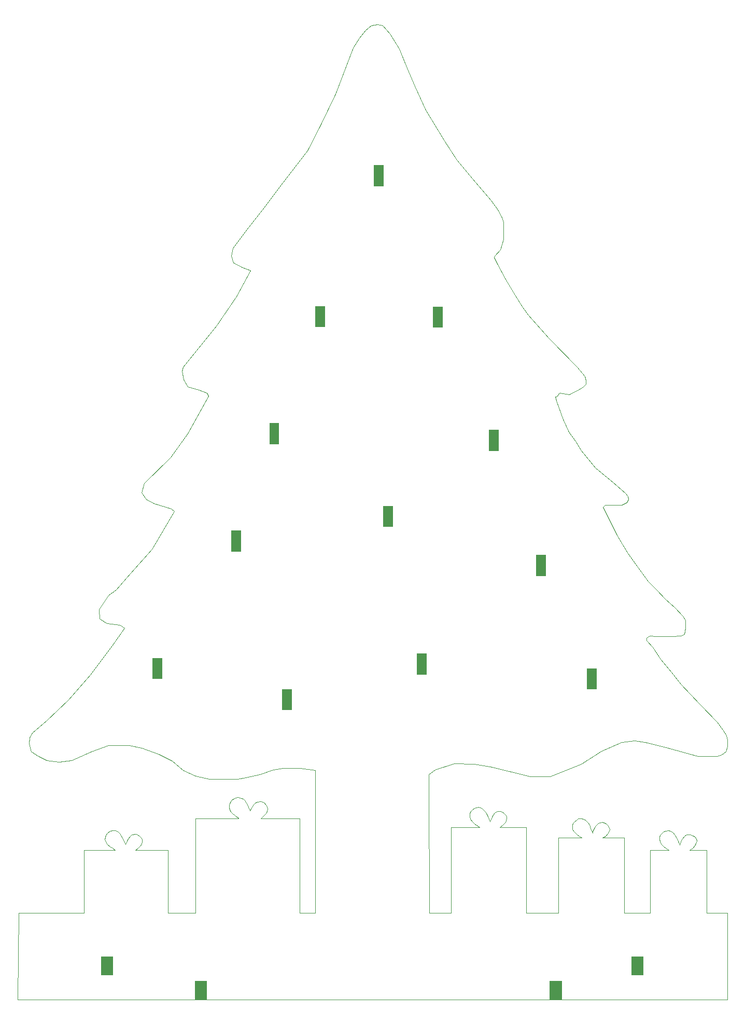
<source format=gbr>
%TF.GenerationSoftware,Altium Limited,Altium NEXUS,2.1.9 (83)*%
G04 Layer_Color=0*
%FSLAX44Y44*%
%MOMM*%
%TF.FileFunction,Profile,NP*%
%TF.Part,Single*%
G01*
G75*
%TA.AperFunction,Profile*%
%ADD73C,0.0254*%
G36*
X1302500Y1594910D02*
X1286500D01*
Y1560410D01*
X1302500D01*
Y1594910D01*
D02*
G37*
G36*
X1206500Y1364910D02*
X1190500D01*
Y1330410D01*
X1206500D01*
Y1364910D01*
D02*
G37*
G36*
X1131500Y1173910D02*
X1115500D01*
Y1139410D01*
X1131500D01*
Y1173910D01*
D02*
G37*
G36*
X1069500Y998910D02*
X1053500D01*
Y964410D01*
X1069500D01*
Y998910D01*
D02*
G37*
G36*
X1152000Y739910D02*
X1136000D01*
Y705410D01*
X1152000D01*
Y739910D01*
D02*
G37*
G36*
X940500Y790910D02*
X924500D01*
Y756410D01*
X940500D01*
Y790910D01*
D02*
G37*
G36*
X1399000Y1363910D02*
X1383000D01*
Y1329410D01*
X1399000D01*
Y1363910D01*
D02*
G37*
G36*
X1490000Y1162910D02*
X1474000D01*
Y1128410D01*
X1490000D01*
Y1162910D01*
D02*
G37*
G36*
X1317000Y1038910D02*
X1301000D01*
Y1004410D01*
X1317000D01*
Y1038910D01*
D02*
G37*
G36*
X1567500Y958910D02*
X1551500D01*
Y924410D01*
X1567500D01*
Y958910D01*
D02*
G37*
G36*
X1372500Y797910D02*
X1356500D01*
Y763410D01*
X1372500D01*
Y797910D01*
D02*
G37*
G36*
X1650000Y773910D02*
X1634000D01*
Y739410D01*
X1650000D01*
Y773910D01*
D02*
G37*
G36*
X1573500Y233500D02*
X1593000D01*
Y263750D01*
X1573500D01*
Y233500D01*
D02*
G37*
G36*
X994000D02*
X1013500D01*
Y263750D01*
X994000D01*
Y233500D01*
D02*
G37*
G36*
X841000Y273500D02*
X860500D01*
Y303750D01*
X841000D01*
Y273500D01*
D02*
G37*
G36*
X1706750D02*
X1726250D01*
Y303750D01*
X1706750D01*
Y273500D01*
D02*
G37*
G36*
D02*
D01*
D02*
G37*
D73*
X1101500Y529234D02*
X1106750Y534000D01*
X1110500Y538250D01*
X1112000Y541750D01*
X1112500Y544250D01*
X1112000Y548750D01*
X1110250Y551250D01*
X1106500Y554750D01*
X1101500Y556750D01*
X1095500Y556250D01*
X1092000Y554500D01*
X1089250Y551500D01*
X1087500Y547750D01*
X1085750Y545000D01*
X1084000Y541250D01*
X1081500Y547250D01*
X1079750Y551500D01*
X1077750Y554250D01*
X1075500Y558250D01*
X1073000Y560750D01*
X1069750Y561750D01*
X1064500Y563250D01*
X1060250Y562750D01*
X1057250Y561000D01*
X1054500Y559250D01*
X1052000Y556500D01*
X1050750Y553500D01*
X1050000Y550500D01*
X1049750Y547000D01*
X1050750Y543250D01*
X1052750Y539750D01*
X1055750Y536500D01*
X1058250Y534750D01*
X1061000Y532000D01*
X1064000Y530500D01*
X1065000Y529232D01*
X994680Y529230D01*
X994680Y375000D01*
X950000D01*
Y477160D01*
X896750D01*
X900500Y480500D01*
X904250Y484000D01*
X907000Y487750D01*
X908000Y491250D01*
X907750Y494750D01*
X905750Y497500D01*
X903750Y500000D01*
X900250Y502250D01*
X897250Y503500D01*
X891000Y502500D01*
X888000Y500000D01*
X885000Y496250D01*
X882750Y492250D01*
X880500Y486750D01*
X877250Y494250D01*
X874000Y500500D01*
X871250Y504500D01*
X867500Y507500D01*
X864000Y509500D01*
X860000Y509750D01*
X855250Y508250D01*
X851000Y505250D01*
X848000Y502000D01*
X847000Y495000D01*
X848500Y490750D01*
X851000Y486750D01*
X854750Y483500D01*
X859250Y480750D01*
X863500Y477160D01*
X812500D01*
Y375000D01*
X705737D01*
X704741Y233500D01*
X1863360D01*
Y375000D01*
X1830000D01*
Y477160D01*
X1802000D01*
X1806500Y481000D01*
X1809750Y484500D01*
X1812000Y488000D01*
X1813250Y492250D01*
X1812500Y495500D01*
X1809750Y499000D01*
X1806500Y501250D01*
X1802750Y502750D01*
X1799250Y503000D01*
X1796250Y502250D01*
X1793000Y500250D01*
X1790000Y496250D01*
X1788250Y493000D01*
X1785250Y486000D01*
X1781500Y495500D01*
X1777500Y502750D01*
X1774500Y506000D01*
X1770750Y508500D01*
X1767000Y509500D01*
X1763000Y508750D01*
X1759000Y507500D01*
X1755750Y504250D01*
X1753750Y501750D01*
X1752750Y498750D01*
X1752500Y495500D01*
X1753500Y490500D01*
X1756000Y486750D01*
X1759250Y483500D01*
X1762750Y480250D01*
X1768250Y477160D01*
X1737500D01*
Y375000D01*
X1695000D01*
Y497160D01*
X1659750D01*
X1664250Y500500D01*
X1668000Y504250D01*
X1670250Y508750D01*
X1671000Y511500D01*
X1669750Y515500D01*
X1668000Y518000D01*
X1665000Y520500D01*
X1662250Y522250D01*
X1658500Y523000D01*
X1653000Y521500D01*
X1650250Y519000D01*
X1648500Y517000D01*
X1646750Y514250D01*
X1644750Y511000D01*
X1643500Y507750D01*
X1643000Y505500D01*
X1640000Y512500D01*
X1638000Y518500D01*
X1635500Y522250D01*
X1632000Y525750D01*
X1629000Y528000D01*
X1623500Y529250D01*
X1619750Y528500D01*
X1616750Y526750D01*
X1613500Y524000D01*
X1611250Y521000D01*
X1610250Y518000D01*
X1610000Y515250D01*
X1610500Y511250D01*
X1612750Y507750D01*
X1615500Y504750D01*
X1618250Y502250D01*
X1621750Y499750D01*
X1625500Y497160D01*
X1587500D01*
Y375000D01*
X1535000D01*
Y514660D01*
X1491750D01*
X1496500Y518500D01*
X1501000Y523250D01*
X1503250Y529000D01*
X1502750Y532500D01*
X1501250Y534750D01*
X1498750Y537750D01*
X1495500Y539750D01*
X1492250Y540750D01*
X1487500Y540500D01*
X1483250Y538000D01*
X1481000Y535000D01*
X1478750Y531500D01*
X1475500Y524000D01*
X1472250Y532250D01*
X1469750Y537750D01*
X1468000Y540000D01*
X1465750Y542500D01*
X1462250Y546000D01*
X1456750Y547500D01*
X1453250Y546750D01*
X1450000Y545500D01*
X1447000Y543500D01*
X1444500Y541000D01*
X1443000Y537250D01*
X1442500Y532500D01*
X1443500Y528000D01*
X1446750Y524000D01*
X1450750Y520000D01*
X1458500Y514660D01*
X1412500D01*
Y375000D01*
X1376950D01*
X1375680Y584550D01*
Y601060D01*
X1385840Y608680D01*
X1417590Y618840D01*
X1449340Y617570D01*
X1476010Y613760D01*
X1542050Y597250D01*
X1573800D01*
X1624600Y617570D01*
X1657620Y639160D01*
X1690640Y653130D01*
X1712230Y655670D01*
X1728740Y653130D01*
X1760490Y645510D01*
X1815100Y630270D01*
X1846850D01*
X1854470Y632810D01*
X1860820Y637890D01*
X1863360Y646780D01*
Y656940D01*
X1862090Y664560D01*
X1855740Y673450D01*
X1846850Y686150D01*
X1818910Y715360D01*
X1787160Y748380D01*
X1771920Y767430D01*
X1754140Y789020D01*
X1741440Y808070D01*
X1731280Y819500D01*
Y823310D01*
X1736360Y827120D01*
X1747790Y825850D01*
X1773190D01*
X1787160Y827120D01*
X1793510Y829660D01*
X1794780Y839820D01*
Y852520D01*
X1790970Y858870D01*
X1778270Y872840D01*
X1761760Y886810D01*
X1747790Y902050D01*
X1733820Y916020D01*
X1713500Y943960D01*
X1700800Y961740D01*
X1691910Y976980D01*
X1683020Y990950D01*
X1674130Y1010000D01*
X1663970Y1030320D01*
X1660160Y1036670D01*
X1663970Y1040480D01*
X1690640D01*
X1699530Y1044290D01*
X1702070Y1049370D01*
X1700800Y1054450D01*
X1696990Y1059530D01*
X1676670Y1077310D01*
X1647460Y1101440D01*
X1624600Y1129380D01*
X1615710Y1144620D01*
X1604280Y1159860D01*
X1595390Y1180180D01*
X1583960Y1210660D01*
X1582690Y1217010D01*
X1585230D01*
X1589040Y1223360D01*
X1605550Y1220820D01*
X1623330Y1229710D01*
X1628410Y1233520D01*
X1632220Y1237330D01*
Y1243680D01*
X1630950Y1250030D01*
X1618250Y1265270D01*
X1572530Y1312260D01*
X1538240Y1350360D01*
X1529350Y1363060D01*
X1516650Y1383380D01*
X1501410Y1408780D01*
X1487440Y1434180D01*
X1482360Y1444340D01*
X1483630Y1446880D01*
X1492520Y1457040D01*
X1497600Y1473550D01*
Y1501490D01*
X1495060Y1509110D01*
X1488710Y1521810D01*
X1477280Y1537050D01*
X1446800Y1572610D01*
X1421400Y1603090D01*
X1401080Y1634840D01*
X1370600Y1684370D01*
X1352820Y1723740D01*
X1340120Y1752950D01*
X1327420Y1784700D01*
X1312180Y1808830D01*
X1300750Y1822800D01*
X1291860Y1824070D01*
X1281700Y1822800D01*
X1272810Y1815180D01*
X1262650Y1802480D01*
X1252490Y1785970D01*
X1223280Y1711040D01*
X1199150Y1660240D01*
X1177560Y1618330D01*
X1134380Y1562450D01*
X1106440Y1525620D01*
X1078500Y1490060D01*
X1055640Y1459580D01*
X1053100Y1446880D01*
X1056910Y1435450D01*
X1070880Y1427830D01*
X1084850Y1422750D01*
X1061990Y1380840D01*
X1028970Y1332580D01*
X974360Y1265270D01*
X973090Y1258920D01*
X975630Y1244950D01*
X981980Y1233520D01*
X999760Y1228440D01*
X1013730Y1223360D01*
X1016270Y1218280D01*
X981980Y1157320D01*
X954040Y1117950D01*
X910860Y1076040D01*
X907050Y1060800D01*
X914670Y1049370D01*
X927370Y1043020D01*
X955310Y1034130D01*
X960390Y1030320D01*
X923560Y968090D01*
X888000Y928720D01*
X865140Y902050D01*
X852440Y893160D01*
X837200Y870300D01*
X838470Y855060D01*
X849900Y847440D01*
X871490Y844900D01*
X879110Y839820D01*
X858790Y810610D01*
X823230Y763620D01*
X787670Y722980D01*
X752110Y688690D01*
X727980Y668370D01*
X724170Y660750D01*
X722900Y650590D01*
X726710Y637890D01*
X738140Y630270D01*
X752110Y623920D01*
X772430Y621380D01*
X792750Y623920D01*
X807990Y630270D01*
X824500Y637890D01*
X852440Y648050D01*
X886730D01*
X907050Y644240D01*
X934990Y634080D01*
X956580Y622650D01*
X974360Y607410D01*
X994680Y598520D01*
X1017540Y593440D01*
X1063260D01*
X1077230Y595980D01*
X1100090Y601060D01*
X1121680Y608680D01*
X1138190Y611220D01*
X1166130D01*
X1190260Y607410D01*
Y375000D01*
X1165000D01*
X1165000Y529236D01*
X1101500Y529234D01*
%TF.MD5,43ac3dfd63eda7f8d32acd33c0a014f4*%
M02*

</source>
